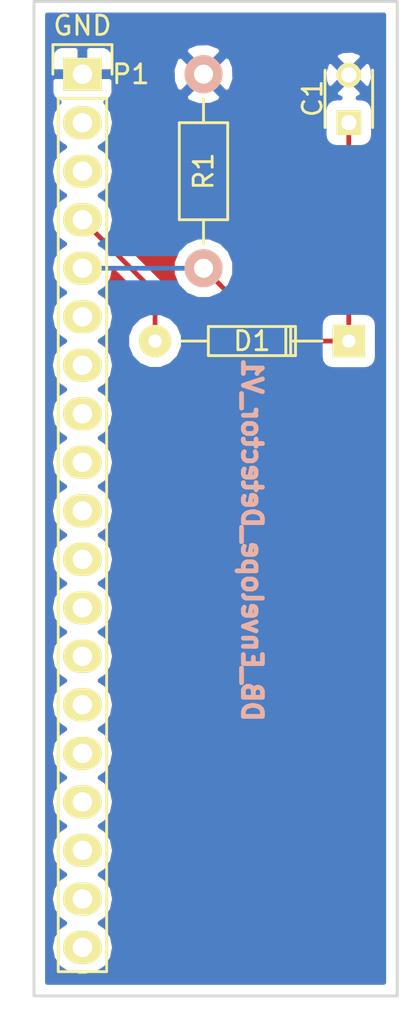
<source format=kicad_pcb>
(kicad_pcb (version 4) (host pcbnew 4.0.4+e1-6308~48~ubuntu16.04.1-stable)

  (general
    (links 6)
    (no_connects 0)
    (area 126.411667 101.524999 147.76 155.38)
    (thickness 1.6)
    (drawings 5)
    (tracks 8)
    (zones 0)
    (modules 4)
    (nets 4)
  )

  (page A4)
  (layers
    (0 F.Cu signal)
    (31 B.Cu signal)
    (32 B.Adhes user)
    (33 F.Adhes user)
    (34 B.Paste user)
    (35 F.Paste user)
    (36 B.SilkS user)
    (37 F.SilkS user)
    (38 B.Mask user)
    (39 F.Mask user)
    (40 Dwgs.User user)
    (41 Cmts.User user)
    (42 Eco1.User user)
    (43 Eco2.User user)
    (44 Edge.Cuts user)
    (45 Margin user)
    (46 B.CrtYd user)
    (47 F.CrtYd user)
    (48 B.Fab user)
    (49 F.Fab user)
  )

  (setup
    (last_trace_width 0.25)
    (trace_clearance 0.2)
    (zone_clearance 0.508)
    (zone_45_only no)
    (trace_min 0.2)
    (segment_width 0.2)
    (edge_width 0.15)
    (via_size 0.6)
    (via_drill 0.4)
    (via_min_size 0.4)
    (via_min_drill 0.3)
    (uvia_size 0.3)
    (uvia_drill 0.1)
    (uvias_allowed no)
    (uvia_min_size 0.2)
    (uvia_min_drill 0.1)
    (pcb_text_width 0.3)
    (pcb_text_size 1 1)
    (mod_edge_width 0.15)
    (mod_text_size 1 1)
    (mod_text_width 0.15)
    (pad_size 1.524 1.524)
    (pad_drill 0.762)
    (pad_to_mask_clearance 0.2)
    (aux_axis_origin 0 0)
    (visible_elements 7FFFFFFF)
    (pcbplotparams
      (layerselection 0x010f0_80000001)
      (usegerberextensions true)
      (excludeedgelayer true)
      (linewidth 0.100000)
      (plotframeref false)
      (viasonmask false)
      (mode 1)
      (useauxorigin false)
      (hpglpennumber 1)
      (hpglpenspeed 20)
      (hpglpendiameter 15)
      (hpglpenoverlay 2)
      (psnegative false)
      (psa4output false)
      (plotreference true)
      (plotvalue true)
      (plotinvisibletext false)
      (padsonsilk false)
      (subtractmaskfromsilk false)
      (outputformat 1)
      (mirror false)
      (drillshape 0)
      (scaleselection 1)
      (outputdirectory ../gerber/))
  )

  (net 0 "")
  (net 1 "Net-(C1-Pad1)")
  (net 2 "Net-(D1-Pad2)")
  (net 3 GND)

  (net_class Default "This is the default net class."
    (clearance 0.2)
    (trace_width 0.25)
    (via_dia 0.6)
    (via_drill 0.4)
    (uvia_dia 0.3)
    (uvia_drill 0.1)
    (add_net GND)
    (add_net "Net-(C1-Pad1)")
    (add_net "Net-(D1-Pad2)")
  )

  (module Capacitors_ThroughHole:C_Disc_D3_P2.5 (layer F.Cu) (tedit 57B461C0) (tstamp 57AB4846)
    (at 144.78 107.95 90)
    (descr "Capacitor 3mm Disc, Pitch 2.5mm")
    (tags Capacitor)
    (path /57A4D575)
    (fp_text reference C1 (at 1.27 -1.905 90) (layer F.SilkS)
      (effects (font (size 1 1) (thickness 0.15)))
    )
    (fp_text value 10p (at 1.27 1.905 90) (layer F.Fab)
      (effects (font (size 1 1) (thickness 0.15)))
    )
    (fp_line (start -0.9 -1.5) (end 3.4 -1.5) (layer F.CrtYd) (width 0.05))
    (fp_line (start 3.4 -1.5) (end 3.4 1.5) (layer F.CrtYd) (width 0.05))
    (fp_line (start 3.4 1.5) (end -0.9 1.5) (layer F.CrtYd) (width 0.05))
    (fp_line (start -0.9 1.5) (end -0.9 -1.5) (layer F.CrtYd) (width 0.05))
    (fp_line (start -0.25 -1.25) (end 2.75 -1.25) (layer F.SilkS) (width 0.15))
    (fp_line (start 2.75 1.25) (end -0.25 1.25) (layer F.SilkS) (width 0.15))
    (pad 1 thru_hole rect (at 0 0 90) (size 1.3 1.3) (drill 0.8) (layers *.Cu *.Mask F.SilkS)
      (net 1 "Net-(C1-Pad1)"))
    (pad 2 thru_hole circle (at 2.5 0 90) (size 1.3 1.3) (drill 0.8001) (layers *.Cu *.Mask F.SilkS)
      (net 3 GND))
    (model Capacitors_ThroughHole.3dshapes/C_Disc_D3_P2.5.wrl
      (at (xyz 0.0492126 0 0))
      (scale (xyz 1 1 1))
      (rotate (xyz 0 0 0))
    )
  )

  (module Resistors_ThroughHole:Resistor_Horizontal_RM10mm (layer F.Cu) (tedit 580DDC1A) (tstamp 57AB4880)
    (at 137.16 115.57 90)
    (descr "Resistor, Axial,  RM 10mm, 1/3W")
    (tags "Resistor Axial RM 10mm 1/3W")
    (path /57A4D538)
    (fp_text reference R1 (at 5.08 0 90) (layer F.SilkS)
      (effects (font (size 1 1) (thickness 0.15)))
    )
    (fp_text value 3.9k (at 5.08 1.905 90) (layer F.Fab)
      (effects (font (size 1 1) (thickness 0.15)))
    )
    (fp_line (start -1.25 -1.5) (end 11.4 -1.5) (layer F.CrtYd) (width 0.05))
    (fp_line (start -1.25 1.5) (end -1.25 -1.5) (layer F.CrtYd) (width 0.05))
    (fp_line (start 11.4 -1.5) (end 11.4 1.5) (layer F.CrtYd) (width 0.05))
    (fp_line (start -1.25 1.5) (end 11.4 1.5) (layer F.CrtYd) (width 0.05))
    (fp_line (start 2.54 -1.27) (end 7.62 -1.27) (layer F.SilkS) (width 0.15))
    (fp_line (start 7.62 -1.27) (end 7.62 1.27) (layer F.SilkS) (width 0.15))
    (fp_line (start 7.62 1.27) (end 2.54 1.27) (layer F.SilkS) (width 0.15))
    (fp_line (start 2.54 1.27) (end 2.54 -1.27) (layer F.SilkS) (width 0.15))
    (fp_line (start 2.54 0) (end 1.27 0) (layer F.SilkS) (width 0.15))
    (fp_line (start 7.62 0) (end 8.89 0) (layer F.SilkS) (width 0.15))
    (pad 1 thru_hole circle (at 0 0 90) (size 1.99898 1.99898) (drill 1.00076) (layers *.Cu *.SilkS *.Mask)
      (net 1 "Net-(C1-Pad1)"))
    (pad 2 thru_hole circle (at 10.16 0 90) (size 1.99898 1.99898) (drill 1.00076) (layers *.Cu *.SilkS *.Mask)
      (net 3 GND))
    (model Resistors_ThroughHole.3dshapes/Resistor_Horizontal_RM10mm.wrl
      (at (xyz 0.2 0 0))
      (scale (xyz 0.4 0.4 0.4))
      (rotate (xyz 0 0 0))
    )
  )

  (module Diodes_ThroughHole:Diode_DO-35_SOD27_Horizontal_RM10 (layer F.Cu) (tedit 580DDC1E) (tstamp 57AB484C)
    (at 144.78 119.38 180)
    (descr "Diode, DO-35,  SOD27, Horizontal, RM 10mm")
    (tags "Diode, DO-35, SOD27, Horizontal, RM 10mm, 1N4148,")
    (path /57A4D48B)
    (fp_text reference D1 (at 5.08 0 180) (layer F.SilkS)
      (effects (font (size 1 1) (thickness 0.15)))
    )
    (fp_text value 1N60 (at 5.08 -1.27 180) (layer F.Fab)
      (effects (font (size 1 1) (thickness 0.15)))
    )
    (fp_line (start 7.36652 -0.00254) (end 8.76352 -0.00254) (layer F.SilkS) (width 0.15))
    (fp_line (start 2.92152 -0.00254) (end 1.39752 -0.00254) (layer F.SilkS) (width 0.15))
    (fp_line (start 3.30252 -0.76454) (end 3.30252 0.75946) (layer F.SilkS) (width 0.15))
    (fp_line (start 3.04852 -0.76454) (end 3.04852 0.75946) (layer F.SilkS) (width 0.15))
    (fp_line (start 2.79452 -0.00254) (end 2.79452 0.75946) (layer F.SilkS) (width 0.15))
    (fp_line (start 2.79452 0.75946) (end 7.36652 0.75946) (layer F.SilkS) (width 0.15))
    (fp_line (start 7.36652 0.75946) (end 7.36652 -0.76454) (layer F.SilkS) (width 0.15))
    (fp_line (start 7.36652 -0.76454) (end 2.79452 -0.76454) (layer F.SilkS) (width 0.15))
    (fp_line (start 2.79452 -0.76454) (end 2.79452 -0.00254) (layer F.SilkS) (width 0.15))
    (pad 2 thru_hole circle (at 10.16052 -0.00254) (size 1.69926 1.69926) (drill 0.70104) (layers *.Cu *.Mask F.SilkS)
      (net 2 "Net-(D1-Pad2)"))
    (pad 1 thru_hole rect (at 0.00052 -0.00254) (size 1.69926 1.69926) (drill 0.70104) (layers *.Cu *.Mask F.SilkS)
      (net 1 "Net-(C1-Pad1)"))
    (model Diodes_ThroughHole.3dshapes/Diode_DO-35_SOD27_Horizontal_RM10.wrl
      (at (xyz 0.2 0 0))
      (scale (xyz 0.4 0.4 0.4))
      (rotate (xyz 0 0 180))
    )
  )

  (module Echopen:Header_pin_angled_1x19 (layer F.Cu) (tedit 57BC663C) (tstamp 57AB4863)
    (at 130.81 128.27)
    (descr "Through hole socket strip")
    (tags "socket strip")
    (path /57A857B8)
    (fp_text reference P1 (at 2.54 -22.86) (layer F.SilkS)
      (effects (font (size 1 1) (thickness 0.15)))
    )
    (fp_text value CONN_01X19 (at 0.635 26.035) (layer F.Fab)
      (effects (font (size 1 1) (thickness 0.15)))
    )
    (fp_text user GND (at 0 -25.4) (layer F.SilkS)
      (effects (font (size 1 1) (thickness 0.15)))
    )
    (fp_line (start 1.75 -24.61) (end -1.75 -24.61) (layer F.CrtYd) (width 0.05))
    (fp_line (start 1.75 24.64) (end -1.75 24.64) (layer F.CrtYd) (width 0.05))
    (fp_line (start 1.75 -24.61) (end 1.75 24.64) (layer F.CrtYd) (width 0.05))
    (fp_line (start -1.75 -24.61) (end -1.75 24.64) (layer F.CrtYd) (width 0.05))
    (fp_line (start -1.27 -21.59) (end -1.27 24.13) (layer F.SilkS) (width 0.15))
    (fp_line (start -1.27 24.13) (end 1.27 24.13) (layer F.SilkS) (width 0.15))
    (fp_line (start 1.27 24.13) (end 1.27 -21.59) (layer F.SilkS) (width 0.15))
    (fp_line (start -1.55 -24.41) (end -1.55 -22.86) (layer F.SilkS) (width 0.15))
    (fp_line (start -1.27 -21.59) (end 1.27 -21.59) (layer F.SilkS) (width 0.15))
    (fp_line (start 1.55 -22.86) (end 1.55 -24.41) (layer F.SilkS) (width 0.15))
    (fp_line (start 1.55 -24.41) (end -1.55 -24.41) (layer F.SilkS) (width 0.15))
    (pad 1 thru_hole rect (at 0 -22.86 270) (size 1.7272 2.032) (drill 1.016) (layers *.Cu *.Mask F.SilkS)
      (net 3 GND))
    (pad 2 thru_hole oval (at 0 -20.32 270) (size 1.7272 2.032) (drill 1.016) (layers *.Cu *.Mask F.SilkS))
    (pad 3 thru_hole oval (at 0 -17.78 270) (size 1.7272 2.032) (drill 1.016) (layers *.Cu *.Mask F.SilkS))
    (pad 4 thru_hole oval (at 0 -15.24 270) (size 1.7272 2.032) (drill 1.016) (layers *.Cu *.Mask F.SilkS)
      (net 2 "Net-(D1-Pad2)"))
    (pad 5 thru_hole oval (at 0 -12.7 270) (size 1.7272 2.032) (drill 1.016) (layers *.Cu *.Mask F.SilkS)
      (net 1 "Net-(C1-Pad1)"))
    (pad 6 thru_hole oval (at 0 -10.16 270) (size 1.7272 2.032) (drill 1.016) (layers *.Cu *.Mask F.SilkS))
    (pad 7 thru_hole oval (at 0 -7.62 270) (size 1.7272 2.032) (drill 1.016) (layers *.Cu *.Mask F.SilkS))
    (pad 8 thru_hole oval (at 0 -5.08 270) (size 1.7272 2.032) (drill 1.016) (layers *.Cu *.Mask F.SilkS))
    (pad 9 thru_hole oval (at 0 -2.54 270) (size 1.7272 2.032) (drill 1.016) (layers *.Cu *.Mask F.SilkS))
    (pad 10 thru_hole oval (at 0 0 270) (size 1.7272 2.032) (drill 1.016) (layers *.Cu *.Mask F.SilkS))
    (pad 11 thru_hole oval (at 0 2.54 270) (size 1.7272 2.032) (drill 1.016) (layers *.Cu *.Mask F.SilkS))
    (pad 12 thru_hole oval (at 0 5.08 270) (size 1.7272 2.032) (drill 1.016) (layers *.Cu *.Mask F.SilkS))
    (pad 13 thru_hole oval (at 0 7.62 270) (size 1.7272 2.032) (drill 1.016) (layers *.Cu *.Mask F.SilkS))
    (pad 14 thru_hole oval (at 0 10.16 270) (size 1.7272 2.032) (drill 1.016) (layers *.Cu *.Mask F.SilkS))
    (pad 15 thru_hole oval (at 0 12.7 270) (size 1.7272 2.032) (drill 1.016) (layers *.Cu *.Mask F.SilkS))
    (pad 16 thru_hole oval (at 0 15.24 270) (size 1.7272 2.032) (drill 1.016) (layers *.Cu *.Mask F.SilkS))
    (pad 17 thru_hole oval (at 0 17.78 270) (size 1.7272 2.032) (drill 1.016) (layers *.Cu *.Mask F.SilkS))
    (pad 18 thru_hole oval (at 0 20.32 270) (size 1.7272 2.032) (drill 1.016) (layers *.Cu *.Mask F.SilkS))
    (pad 19 thru_hole oval (at 0 22.86 270) (size 1.7272 2.032) (drill 1.016) (layers *.Cu *.Mask F.SilkS))
    (model Pin_Headers.3dshapes/Pin_Header_Angled_1x19.wrl
      (at (xyz 0 0 0))
      (scale (xyz 1 1 1))
      (rotate (xyz 0 0 -90))
    )
  )

  (gr_text DB_Envelope_Detector_V1 (at 139.7 129.794 270) (layer B.SilkS)
    (effects (font (size 1 1) (thickness 0.25)) (justify mirror))
  )
  (gr_line (start 147.32 153.67) (end 128.27 153.67) (angle 90) (layer Edge.Cuts) (width 0.15))
  (gr_line (start 147.32 101.6) (end 147.32 153.67) (angle 90) (layer Edge.Cuts) (width 0.15))
  (gr_line (start 128.27 101.6) (end 147.32 101.6) (angle 90) (layer Edge.Cuts) (width 0.15))
  (gr_line (start 128.27 101.6) (end 128.27 153.67) (angle 90) (layer Edge.Cuts) (width 0.15))

  (segment (start 144.77948 119.38254) (end 144.77948 107.95052) (width 0.25) (layer F.Cu) (net 1))
  (segment (start 144.77948 107.95052) (end 144.78 107.95) (width 0.25) (layer F.Cu) (net 1) (tstamp 57BC6692))
  (segment (start 130.81 115.57) (end 137.16 115.57) (width 0.25) (layer B.Cu) (net 1))
  (segment (start 144.77948 119.38254) (end 140.97254 119.38254) (width 0.25) (layer F.Cu) (net 1))
  (segment (start 140.97254 119.38254) (end 137.16 115.57) (width 0.25) (layer F.Cu) (net 1) (tstamp 57BC6622))
  (segment (start 144.77948 107.95052) (end 144.78 107.95) (width 0.25) (layer F.Cu) (net 1) (tstamp 57AC31D2) (status 30))
  (segment (start 134.61948 119.38254) (end 134.61948 116.83948) (width 0.25) (layer F.Cu) (net 2) (status 10))
  (segment (start 134.61948 116.83948) (end 130.81 113.03) (width 0.25) (layer F.Cu) (net 2) (tstamp 57BB344C) (status 20))

  (zone (net 3) (net_name GND) (layer F.Cu) (tstamp 57BC6608) (hatch edge 0.508)
    (connect_pads (clearance 0.508))
    (min_thickness 0.254)
    (fill yes (arc_segments 16) (thermal_gap 0.508) (thermal_bridge_width 0.508))
    (polygon
      (pts
        (xy 147.32 153.67) (xy 128.27 153.67) (xy 128.27 101.6) (xy 147.32 101.6)
      )
    )
    (filled_polygon
      (pts
        (xy 146.61 152.96) (xy 128.98 152.96) (xy 128.98 107.95) (xy 129.126655 107.95) (xy 129.240729 108.523489)
        (xy 129.565585 109.00967) (xy 129.880366 109.22) (xy 129.565585 109.43033) (xy 129.240729 109.916511) (xy 129.126655 110.49)
        (xy 129.240729 111.063489) (xy 129.565585 111.54967) (xy 129.880366 111.76) (xy 129.565585 111.97033) (xy 129.240729 112.456511)
        (xy 129.126655 113.03) (xy 129.240729 113.603489) (xy 129.565585 114.08967) (xy 129.880366 114.3) (xy 129.565585 114.51033)
        (xy 129.240729 114.996511) (xy 129.126655 115.57) (xy 129.240729 116.143489) (xy 129.565585 116.62967) (xy 129.880366 116.84)
        (xy 129.565585 117.05033) (xy 129.240729 117.536511) (xy 129.126655 118.11) (xy 129.240729 118.683489) (xy 129.565585 119.16967)
        (xy 129.880366 119.38) (xy 129.565585 119.59033) (xy 129.240729 120.076511) (xy 129.126655 120.65) (xy 129.240729 121.223489)
        (xy 129.565585 121.70967) (xy 129.880366 121.92) (xy 129.565585 122.13033) (xy 129.240729 122.616511) (xy 129.126655 123.19)
        (xy 129.240729 123.763489) (xy 129.565585 124.24967) (xy 129.880366 124.46) (xy 129.565585 124.67033) (xy 129.240729 125.156511)
        (xy 129.126655 125.73) (xy 129.240729 126.303489) (xy 129.565585 126.78967) (xy 129.880366 127) (xy 129.565585 127.21033)
        (xy 129.240729 127.696511) (xy 129.126655 128.27) (xy 129.240729 128.843489) (xy 129.565585 129.32967) (xy 129.880366 129.54)
        (xy 129.565585 129.75033) (xy 129.240729 130.236511) (xy 129.126655 130.81) (xy 129.240729 131.383489) (xy 129.565585 131.86967)
        (xy 129.880366 132.08) (xy 129.565585 132.29033) (xy 129.240729 132.776511) (xy 129.126655 133.35) (xy 129.240729 133.923489)
        (xy 129.565585 134.40967) (xy 129.880366 134.62) (xy 129.565585 134.83033) (xy 129.240729 135.316511) (xy 129.126655 135.89)
        (xy 129.240729 136.463489) (xy 129.565585 136.94967) (xy 129.880366 137.16) (xy 129.565585 137.37033) (xy 129.240729 137.856511)
        (xy 129.126655 138.43) (xy 129.240729 139.003489) (xy 129.565585 139.48967) (xy 129.880366 139.7) (xy 129.565585 139.91033)
        (xy 129.240729 140.396511) (xy 129.126655 140.97) (xy 129.240729 141.543489) (xy 129.565585 142.02967) (xy 129.880366 142.24)
        (xy 129.565585 142.45033) (xy 129.240729 142.936511) (xy 129.126655 143.51) (xy 129.240729 144.083489) (xy 129.565585 144.56967)
        (xy 129.880366 144.78) (xy 129.565585 144.99033) (xy 129.240729 145.476511) (xy 129.126655 146.05) (xy 129.240729 146.623489)
        (xy 129.565585 147.10967) (xy 129.880366 147.32) (xy 129.565585 147.53033) (xy 129.240729 148.016511) (xy 129.126655 148.59)
        (xy 129.240729 149.163489) (xy 129.565585 149.64967) (xy 129.880366 149.86) (xy 129.565585 150.07033) (xy 129.240729 150.556511)
        (xy 129.126655 151.13) (xy 129.240729 151.703489) (xy 129.565585 152.18967) (xy 130.051766 152.514526) (xy 130.625255 152.6286)
        (xy 130.994745 152.6286) (xy 131.568234 152.514526) (xy 132.054415 152.18967) (xy 132.379271 151.703489) (xy 132.493345 151.13)
        (xy 132.379271 150.556511) (xy 132.054415 150.07033) (xy 131.739634 149.86) (xy 132.054415 149.64967) (xy 132.379271 149.163489)
        (xy 132.493345 148.59) (xy 132.379271 148.016511) (xy 132.054415 147.53033) (xy 131.739634 147.32) (xy 132.054415 147.10967)
        (xy 132.379271 146.623489) (xy 132.493345 146.05) (xy 132.379271 145.476511) (xy 132.054415 144.99033) (xy 131.739634 144.78)
        (xy 132.054415 144.56967) (xy 132.379271 144.083489) (xy 132.493345 143.51) (xy 132.379271 142.936511) (xy 132.054415 142.45033)
        (xy 131.739634 142.24) (xy 132.054415 142.02967) (xy 132.379271 141.543489) (xy 132.493345 140.97) (xy 132.379271 140.396511)
        (xy 132.054415 139.91033) (xy 131.739634 139.7) (xy 132.054415 139.48967) (xy 132.379271 139.003489) (xy 132.493345 138.43)
        (xy 132.379271 137.856511) (xy 132.054415 137.37033) (xy 131.739634 137.16) (xy 132.054415 136.94967) (xy 132.379271 136.463489)
        (xy 132.493345 135.89) (xy 132.379271 135.316511) (xy 132.054415 134.83033) (xy 131.739634 134.62) (xy 132.054415 134.40967)
        (xy 132.379271 133.923489) (xy 132.493345 133.35) (xy 132.379271 132.776511) (xy 132.054415 132.29033) (xy 131.739634 132.08)
        (xy 132.054415 131.86967) (xy 132.379271 131.383489) (xy 132.493345 130.81) (xy 132.379271 130.236511) (xy 132.054415 129.75033)
        (xy 131.739634 129.54) (xy 132.054415 129.32967) (xy 132.379271 128.843489) (xy 132.493345 128.27) (xy 132.379271 127.696511)
        (xy 132.054415 127.21033) (xy 131.739634 127) (xy 132.054415 126.78967) (xy 132.379271 126.303489) (xy 132.493345 125.73)
        (xy 132.379271 125.156511) (xy 132.054415 124.67033) (xy 131.739634 124.46) (xy 132.054415 124.24967) (xy 132.379271 123.763489)
        (xy 132.493345 123.19) (xy 132.379271 122.616511) (xy 132.054415 122.13033) (xy 131.739634 121.92) (xy 132.054415 121.70967)
        (xy 132.379271 121.223489) (xy 132.493345 120.65) (xy 132.379271 120.076511) (xy 132.054415 119.59033) (xy 131.739634 119.38)
        (xy 132.054415 119.16967) (xy 132.379271 118.683489) (xy 132.493345 118.11) (xy 132.379271 117.536511) (xy 132.054415 117.05033)
        (xy 131.739634 116.84) (xy 132.054415 116.62967) (xy 132.379271 116.143489) (xy 132.457152 115.751954) (xy 133.85948 117.154282)
        (xy 133.85948 118.090193) (xy 133.779603 118.123198) (xy 133.361606 118.540466) (xy 133.135108 119.085933) (xy 133.134592 119.676556)
        (xy 133.360138 120.222417) (xy 133.777406 120.640414) (xy 134.322873 120.866912) (xy 134.913496 120.867428) (xy 135.459357 120.641882)
        (xy 135.877354 120.224614) (xy 136.103852 119.679147) (xy 136.104368 119.088524) (xy 135.878822 118.542663) (xy 135.461554 118.124666)
        (xy 135.37948 118.090586) (xy 135.37948 116.83948) (xy 135.321628 116.548641) (xy 135.321628 116.54864) (xy 135.156881 116.302079)
        (xy 134.748496 115.893694) (xy 135.525226 115.893694) (xy 135.773538 116.494655) (xy 136.232927 116.954846) (xy 136.833453 117.204206)
        (xy 137.483694 117.204774) (xy 137.650889 117.135691) (xy 140.435139 119.919941) (xy 140.681701 120.084688) (xy 140.97254 120.14254)
        (xy 143.28241 120.14254) (xy 143.28241 120.23217) (xy 143.326688 120.467487) (xy 143.46576 120.683611) (xy 143.67796 120.828601)
        (xy 143.92985 120.87961) (xy 145.62911 120.87961) (xy 145.864427 120.835332) (xy 146.080551 120.69626) (xy 146.225541 120.48406)
        (xy 146.27655 120.23217) (xy 146.27655 118.53291) (xy 146.232272 118.297593) (xy 146.0932 118.081469) (xy 145.881 117.936479)
        (xy 145.62911 117.88547) (xy 145.53948 117.88547) (xy 145.53948 109.22684) (xy 145.665317 109.203162) (xy 145.881441 109.06409)
        (xy 146.026431 108.85189) (xy 146.07744 108.6) (xy 146.07744 107.3) (xy 146.033162 107.064683) (xy 145.89409 106.848559)
        (xy 145.68189 106.703569) (xy 145.43 106.65256) (xy 145.267615 106.65256) (xy 145.443729 106.579611) (xy 145.49941 106.349016)
        (xy 144.78 105.629605) (xy 144.06059 106.349016) (xy 144.116271 106.579611) (xy 144.325902 106.65256) (xy 144.13 106.65256)
        (xy 143.894683 106.696838) (xy 143.678559 106.83591) (xy 143.533569 107.04811) (xy 143.48256 107.3) (xy 143.48256 108.6)
        (xy 143.526838 108.835317) (xy 143.66591 109.051441) (xy 143.87811 109.196431) (xy 144.01948 109.225059) (xy 144.01948 117.88547)
        (xy 143.92985 117.88547) (xy 143.694533 117.929748) (xy 143.478409 118.06882) (xy 143.333419 118.28102) (xy 143.28241 118.53291)
        (xy 143.28241 118.62254) (xy 141.287342 118.62254) (xy 138.725885 116.061083) (xy 138.794206 115.896547) (xy 138.794774 115.246306)
        (xy 138.546462 114.645345) (xy 138.087073 114.185154) (xy 137.486547 113.935794) (xy 136.836306 113.935226) (xy 136.235345 114.183538)
        (xy 135.775154 114.642927) (xy 135.525794 115.243453) (xy 135.525226 115.893694) (xy 134.748496 115.893694) (xy 132.392381 113.537579)
        (xy 132.493345 113.03) (xy 132.379271 112.456511) (xy 132.054415 111.97033) (xy 131.739634 111.76) (xy 132.054415 111.54967)
        (xy 132.379271 111.063489) (xy 132.493345 110.49) (xy 132.379271 109.916511) (xy 132.054415 109.43033) (xy 131.739634 109.22)
        (xy 132.054415 109.00967) (xy 132.379271 108.523489) (xy 132.493345 107.95) (xy 132.379271 107.376511) (xy 132.054415 106.89033)
        (xy 132.03222 106.8755) (xy 132.185699 106.811927) (xy 132.364327 106.633298) (xy 132.393792 106.562163) (xy 136.187443 106.562163)
        (xy 136.286042 106.828965) (xy 136.895582 107.055401) (xy 137.545377 107.031341) (xy 138.033958 106.828965) (xy 138.132557 106.562163)
        (xy 137.16 105.589605) (xy 136.187443 106.562163) (xy 132.393792 106.562163) (xy 132.461 106.399909) (xy 132.461 105.69575)
        (xy 132.30225 105.537) (xy 130.937 105.537) (xy 130.937 105.557) (xy 130.683 105.557) (xy 130.683 105.537)
        (xy 129.31775 105.537) (xy 129.159 105.69575) (xy 129.159 106.399909) (xy 129.255673 106.633298) (xy 129.434301 106.811927)
        (xy 129.58778 106.8755) (xy 129.565585 106.89033) (xy 129.240729 107.376511) (xy 129.126655 107.95) (xy 128.98 107.95)
        (xy 128.98 104.420091) (xy 129.159 104.420091) (xy 129.159 105.12425) (xy 129.31775 105.283) (xy 130.683 105.283)
        (xy 130.683 104.07015) (xy 130.937 104.07015) (xy 130.937 105.283) (xy 132.30225 105.283) (xy 132.439668 105.145582)
        (xy 135.514599 105.145582) (xy 135.538659 105.795377) (xy 135.741035 106.283958) (xy 136.007837 106.382557) (xy 136.980395 105.41)
        (xy 137.339605 105.41) (xy 138.312163 106.382557) (xy 138.578965 106.283958) (xy 138.805401 105.674418) (xy 138.790393 105.269078)
        (xy 143.482378 105.269078) (xy 143.511917 105.779428) (xy 143.650389 106.113729) (xy 143.880984 106.16941) (xy 144.600395 105.45)
        (xy 144.959605 105.45) (xy 145.679016 106.16941) (xy 145.909611 106.113729) (xy 146.077622 105.630922) (xy 146.048083 105.120572)
        (xy 145.909611 104.786271) (xy 145.679016 104.73059) (xy 144.959605 105.45) (xy 144.600395 105.45) (xy 143.880984 104.73059)
        (xy 143.650389 104.786271) (xy 143.482378 105.269078) (xy 138.790393 105.269078) (xy 138.781341 105.024623) (xy 138.585155 104.550984)
        (xy 144.06059 104.550984) (xy 144.78 105.270395) (xy 145.49941 104.550984) (xy 145.443729 104.320389) (xy 144.960922 104.152378)
        (xy 144.450572 104.181917) (xy 144.116271 104.320389) (xy 144.06059 104.550984) (xy 138.585155 104.550984) (xy 138.578965 104.536042)
        (xy 138.312163 104.437443) (xy 137.339605 105.41) (xy 136.980395 105.41) (xy 136.007837 104.437443) (xy 135.741035 104.536042)
        (xy 135.514599 105.145582) (xy 132.439668 105.145582) (xy 132.461 105.12425) (xy 132.461 104.420091) (xy 132.393793 104.257837)
        (xy 136.187443 104.257837) (xy 137.16 105.230395) (xy 138.132557 104.257837) (xy 138.033958 103.991035) (xy 137.424418 103.764599)
        (xy 136.774623 103.788659) (xy 136.286042 103.991035) (xy 136.187443 104.257837) (xy 132.393793 104.257837) (xy 132.364327 104.186702)
        (xy 132.185699 104.008073) (xy 131.95231 103.9114) (xy 131.09575 103.9114) (xy 130.937 104.07015) (xy 130.683 104.07015)
        (xy 130.52425 103.9114) (xy 129.66769 103.9114) (xy 129.434301 104.008073) (xy 129.255673 104.186702) (xy 129.159 104.420091)
        (xy 128.98 104.420091) (xy 128.98 102.31) (xy 146.61 102.31)
      )
    )
  )
  (zone (net 3) (net_name GND) (layer B.Cu) (tstamp 57BC6614) (hatch edge 0.508)
    (connect_pads (clearance 0.508))
    (min_thickness 0.254)
    (fill yes (arc_segments 16) (thermal_gap 0.508) (thermal_bridge_width 0.508))
    (polygon
      (pts
        (xy 147.32 153.67) (xy 128.27 153.67) (xy 128.27 101.6) (xy 147.32 101.6)
      )
    )
    (filled_polygon
      (pts
        (xy 146.61 152.96) (xy 128.98 152.96) (xy 128.98 107.95) (xy 129.126655 107.95) (xy 129.240729 108.523489)
        (xy 129.565585 109.00967) (xy 129.880366 109.22) (xy 129.565585 109.43033) (xy 129.240729 109.916511) (xy 129.126655 110.49)
        (xy 129.240729 111.063489) (xy 129.565585 111.54967) (xy 129.880366 111.76) (xy 129.565585 111.97033) (xy 129.240729 112.456511)
        (xy 129.126655 113.03) (xy 129.240729 113.603489) (xy 129.565585 114.08967) (xy 129.880366 114.3) (xy 129.565585 114.51033)
        (xy 129.240729 114.996511) (xy 129.126655 115.57) (xy 129.240729 116.143489) (xy 129.565585 116.62967) (xy 129.880366 116.84)
        (xy 129.565585 117.05033) (xy 129.240729 117.536511) (xy 129.126655 118.11) (xy 129.240729 118.683489) (xy 129.565585 119.16967)
        (xy 129.880366 119.38) (xy 129.565585 119.59033) (xy 129.240729 120.076511) (xy 129.126655 120.65) (xy 129.240729 121.223489)
        (xy 129.565585 121.70967) (xy 129.880366 121.92) (xy 129.565585 122.13033) (xy 129.240729 122.616511) (xy 129.126655 123.19)
        (xy 129.240729 123.763489) (xy 129.565585 124.24967) (xy 129.880366 124.46) (xy 129.565585 124.67033) (xy 129.240729 125.156511)
        (xy 129.126655 125.73) (xy 129.240729 126.303489) (xy 129.565585 126.78967) (xy 129.880366 127) (xy 129.565585 127.21033)
        (xy 129.240729 127.696511) (xy 129.126655 128.27) (xy 129.240729 128.843489) (xy 129.565585 129.32967) (xy 129.880366 129.54)
        (xy 129.565585 129.75033) (xy 129.240729 130.236511) (xy 129.126655 130.81) (xy 129.240729 131.383489) (xy 129.565585 131.86967)
        (xy 129.880366 132.08) (xy 129.565585 132.29033) (xy 129.240729 132.776511) (xy 129.126655 133.35) (xy 129.240729 133.923489)
        (xy 129.565585 134.40967) (xy 129.880366 134.62) (xy 129.565585 134.83033) (xy 129.240729 135.316511) (xy 129.126655 135.89)
        (xy 129.240729 136.463489) (xy 129.565585 136.94967) (xy 129.880366 137.16) (xy 129.565585 137.37033) (xy 129.240729 137.856511)
        (xy 129.126655 138.43) (xy 129.240729 139.003489) (xy 129.565585 139.48967) (xy 129.880366 139.7) (xy 129.565585 139.91033)
        (xy 129.240729 140.396511) (xy 129.126655 140.97) (xy 129.240729 141.543489) (xy 129.565585 142.02967) (xy 129.880366 142.24)
        (xy 129.565585 142.45033) (xy 129.240729 142.936511) (xy 129.126655 143.51) (xy 129.240729 144.083489) (xy 129.565585 144.56967)
        (xy 129.880366 144.78) (xy 129.565585 144.99033) (xy 129.240729 145.476511) (xy 129.126655 146.05) (xy 129.240729 146.623489)
        (xy 129.565585 147.10967) (xy 129.880366 147.32) (xy 129.565585 147.53033) (xy 129.240729 148.016511) (xy 129.126655 148.59)
        (xy 129.240729 149.163489) (xy 129.565585 149.64967) (xy 129.880366 149.86) (xy 129.565585 150.07033) (xy 129.240729 150.556511)
        (xy 129.126655 151.13) (xy 129.240729 151.703489) (xy 129.565585 152.18967) (xy 130.051766 152.514526) (xy 130.625255 152.6286)
        (xy 130.994745 152.6286) (xy 131.568234 152.514526) (xy 132.054415 152.18967) (xy 132.379271 151.703489) (xy 132.493345 151.13)
        (xy 132.379271 150.556511) (xy 132.054415 150.07033) (xy 131.739634 149.86) (xy 132.054415 149.64967) (xy 132.379271 149.163489)
        (xy 132.493345 148.59) (xy 132.379271 148.016511) (xy 132.054415 147.53033) (xy 131.739634 147.32) (xy 132.054415 147.10967)
        (xy 132.379271 146.623489) (xy 132.493345 146.05) (xy 132.379271 145.476511) (xy 132.054415 144.99033) (xy 131.739634 144.78)
        (xy 132.054415 144.56967) (xy 132.379271 144.083489) (xy 132.493345 143.51) (xy 132.379271 142.936511) (xy 132.054415 142.45033)
        (xy 131.739634 142.24) (xy 132.054415 142.02967) (xy 132.379271 141.543489) (xy 132.493345 140.97) (xy 132.379271 140.396511)
        (xy 132.054415 139.91033) (xy 131.739634 139.7) (xy 132.054415 139.48967) (xy 132.379271 139.003489) (xy 132.493345 138.43)
        (xy 132.379271 137.856511) (xy 132.054415 137.37033) (xy 131.739634 137.16) (xy 132.054415 136.94967) (xy 132.379271 136.463489)
        (xy 132.493345 135.89) (xy 132.379271 135.316511) (xy 132.054415 134.83033) (xy 131.739634 134.62) (xy 132.054415 134.40967)
        (xy 132.379271 133.923489) (xy 132.493345 133.35) (xy 132.379271 132.776511) (xy 132.054415 132.29033) (xy 131.739634 132.08)
        (xy 132.054415 131.86967) (xy 132.379271 131.383489) (xy 132.493345 130.81) (xy 132.379271 130.236511) (xy 132.054415 129.75033)
        (xy 131.739634 129.54) (xy 132.054415 129.32967) (xy 132.379271 128.843489) (xy 132.493345 128.27) (xy 132.379271 127.696511)
        (xy 132.054415 127.21033) (xy 131.739634 127) (xy 132.054415 126.78967) (xy 132.379271 126.303489) (xy 132.493345 125.73)
        (xy 132.379271 125.156511) (xy 132.054415 124.67033) (xy 131.739634 124.46) (xy 132.054415 124.24967) (xy 132.379271 123.763489)
        (xy 132.493345 123.19) (xy 132.379271 122.616511) (xy 132.054415 122.13033) (xy 131.739634 121.92) (xy 132.054415 121.70967)
        (xy 132.379271 121.223489) (xy 132.493345 120.65) (xy 132.379271 120.076511) (xy 132.11203 119.676556) (xy 133.134592 119.676556)
        (xy 133.360138 120.222417) (xy 133.777406 120.640414) (xy 134.322873 120.866912) (xy 134.913496 120.867428) (xy 135.459357 120.641882)
        (xy 135.877354 120.224614) (xy 136.103852 119.679147) (xy 136.104368 119.088524) (xy 135.878822 118.542663) (xy 135.869087 118.53291)
        (xy 143.28241 118.53291) (xy 143.28241 120.23217) (xy 143.326688 120.467487) (xy 143.46576 120.683611) (xy 143.67796 120.828601)
        (xy 143.92985 120.87961) (xy 145.62911 120.87961) (xy 145.864427 120.835332) (xy 146.080551 120.69626) (xy 146.225541 120.48406)
        (xy 146.27655 120.23217) (xy 146.27655 118.53291) (xy 146.232272 118.297593) (xy 146.0932 118.081469) (xy 145.881 117.936479)
        (xy 145.62911 117.88547) (xy 143.92985 117.88547) (xy 143.694533 117.929748) (xy 143.478409 118.06882) (xy 143.333419 118.28102)
        (xy 143.28241 118.53291) (xy 135.869087 118.53291) (xy 135.461554 118.124666) (xy 134.916087 117.898168) (xy 134.325464 117.897652)
        (xy 133.779603 118.123198) (xy 133.361606 118.540466) (xy 133.135108 119.085933) (xy 133.134592 119.676556) (xy 132.11203 119.676556)
        (xy 132.054415 119.59033) (xy 131.739634 119.38) (xy 132.054415 119.16967) (xy 132.379271 118.683489) (xy 132.493345 118.11)
        (xy 132.379271 117.536511) (xy 132.054415 117.05033) (xy 131.739634 116.84) (xy 132.054415 116.62967) (xy 132.254648 116.33)
        (xy 135.705504 116.33) (xy 135.773538 116.494655) (xy 136.232927 116.954846) (xy 136.833453 117.204206) (xy 137.483694 117.204774)
        (xy 138.084655 116.956462) (xy 138.544846 116.497073) (xy 138.794206 115.896547) (xy 138.794774 115.246306) (xy 138.546462 114.645345)
        (xy 138.087073 114.185154) (xy 137.486547 113.935794) (xy 136.836306 113.935226) (xy 136.235345 114.183538) (xy 135.775154 114.642927)
        (xy 135.705779 114.81) (xy 132.254648 114.81) (xy 132.054415 114.51033) (xy 131.739634 114.3) (xy 132.054415 114.08967)
        (xy 132.379271 113.603489) (xy 132.493345 113.03) (xy 132.379271 112.456511) (xy 132.054415 111.97033) (xy 131.739634 111.76)
        (xy 132.054415 111.54967) (xy 132.379271 111.063489) (xy 132.493345 110.49) (xy 132.379271 109.916511) (xy 132.054415 109.43033)
        (xy 131.739634 109.22) (xy 132.054415 109.00967) (xy 132.379271 108.523489) (xy 132.493345 107.95) (xy 132.379271 107.376511)
        (xy 132.328148 107.3) (xy 143.48256 107.3) (xy 143.48256 108.6) (xy 143.526838 108.835317) (xy 143.66591 109.051441)
        (xy 143.87811 109.196431) (xy 144.13 109.24744) (xy 145.43 109.24744) (xy 145.665317 109.203162) (xy 145.881441 109.06409)
        (xy 146.026431 108.85189) (xy 146.07744 108.6) (xy 146.07744 107.3) (xy 146.033162 107.064683) (xy 145.89409 106.848559)
        (xy 145.68189 106.703569) (xy 145.43 106.65256) (xy 145.267615 106.65256) (xy 145.443729 106.579611) (xy 145.49941 106.349016)
        (xy 144.78 105.629605) (xy 144.06059 106.349016) (xy 144.116271 106.579611) (xy 144.325902 106.65256) (xy 144.13 106.65256)
        (xy 143.894683 106.696838) (xy 143.678559 106.83591) (xy 143.533569 107.04811) (xy 143.48256 107.3) (xy 132.328148 107.3)
        (xy 132.054415 106.89033) (xy 132.03222 106.8755) (xy 132.185699 106.811927) (xy 132.364327 106.633298) (xy 132.393792 106.562163)
        (xy 136.187443 106.562163) (xy 136.286042 106.828965) (xy 136.895582 107.055401) (xy 137.545377 107.031341) (xy 138.033958 106.828965)
        (xy 138.132557 106.562163) (xy 137.16 105.589605) (xy 136.187443 106.562163) (xy 132.393792 106.562163) (xy 132.461 106.399909)
        (xy 132.461 105.69575) (xy 132.30225 105.537) (xy 130.937 105.537) (xy 130.937 105.557) (xy 130.683 105.557)
        (xy 130.683 105.537) (xy 129.31775 105.537) (xy 129.159 105.69575) (xy 129.159 106.399909) (xy 129.255673 106.633298)
        (xy 129.434301 106.811927) (xy 129.58778 106.8755) (xy 129.565585 106.89033) (xy 129.240729 107.376511) (xy 129.126655 107.95)
        (xy 128.98 107.95) (xy 128.98 104.420091) (xy 129.159 104.420091) (xy 129.159 105.12425) (xy 129.31775 105.283)
        (xy 130.683 105.283) (xy 130.683 104.07015) (xy 130.937 104.07015) (xy 130.937 105.283) (xy 132.30225 105.283)
        (xy 132.439668 105.145582) (xy 135.514599 105.145582) (xy 135.538659 105.795377) (xy 135.741035 106.283958) (xy 136.007837 106.382557)
        (xy 136.980395 105.41) (xy 137.339605 105.41) (xy 138.312163 106.382557) (xy 138.578965 106.283958) (xy 138.805401 105.674418)
        (xy 138.790393 105.269078) (xy 143.482378 105.269078) (xy 143.511917 105.779428) (xy 143.650389 106.113729) (xy 143.880984 106.16941)
        (xy 144.600395 105.45) (xy 144.959605 105.45) (xy 145.679016 106.16941) (xy 145.909611 106.113729) (xy 146.077622 105.630922)
        (xy 146.048083 105.120572) (xy 145.909611 104.786271) (xy 145.679016 104.73059) (xy 144.959605 105.45) (xy 144.600395 105.45)
        (xy 143.880984 104.73059) (xy 143.650389 104.786271) (xy 143.482378 105.269078) (xy 138.790393 105.269078) (xy 138.781341 105.024623)
        (xy 138.585155 104.550984) (xy 144.06059 104.550984) (xy 144.78 105.270395) (xy 145.49941 104.550984) (xy 145.443729 104.320389)
        (xy 144.960922 104.152378) (xy 144.450572 104.181917) (xy 144.116271 104.320389) (xy 144.06059 104.550984) (xy 138.585155 104.550984)
        (xy 138.578965 104.536042) (xy 138.312163 104.437443) (xy 137.339605 105.41) (xy 136.980395 105.41) (xy 136.007837 104.437443)
        (xy 135.741035 104.536042) (xy 135.514599 105.145582) (xy 132.439668 105.145582) (xy 132.461 105.12425) (xy 132.461 104.420091)
        (xy 132.393793 104.257837) (xy 136.187443 104.257837) (xy 137.16 105.230395) (xy 138.132557 104.257837) (xy 138.033958 103.991035)
        (xy 137.424418 103.764599) (xy 136.774623 103.788659) (xy 136.286042 103.991035) (xy 136.187443 104.257837) (xy 132.393793 104.257837)
        (xy 132.364327 104.186702) (xy 132.185699 104.008073) (xy 131.95231 103.9114) (xy 131.09575 103.9114) (xy 130.937 104.07015)
        (xy 130.683 104.07015) (xy 130.52425 103.9114) (xy 129.66769 103.9114) (xy 129.434301 104.008073) (xy 129.255673 104.186702)
        (xy 129.159 104.420091) (xy 128.98 104.420091) (xy 128.98 102.31) (xy 146.61 102.31)
      )
    )
  )
)

</source>
